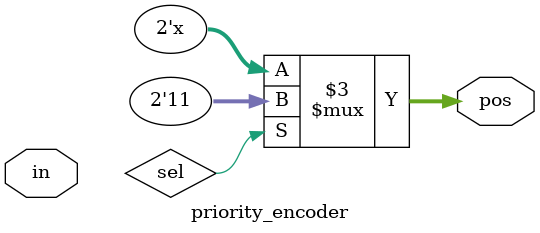
<source format=v>
module priority_encoder( 
input [2:0] in,
output reg [1:0] pos ); 
// When sel=1, assign b to out
always @ (sel) 
case (sel) 
1'b1: pos=2'b11; 
default: pos=2'bxx; 
endcase 
//no otherwise, since pos is either assigned the input, or the net is high-Z
endmodule

</source>
